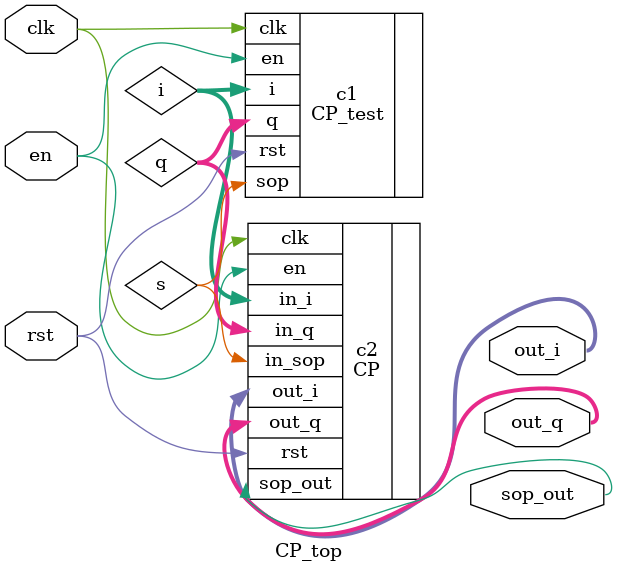
<source format=v>
module CP_top
(
input clk, en, rst,
output signed [19:0] out_i, out_q,
output sop_out
);
wire s;
wire signed [19:0] i, q;

CP_test c1(
		.clk(clk),
		.en(en), 
		.rst(rst),
 		.sop(s),
		.i(i), 
		.q(q)
);

CP c2(
		.clk(clk), 
		.en(en), 
		.rst(rst), 
		.in_sop(s),
		.in_i(i), 
		.in_q(q),
		.out_i(out_i), 
		.out_q(out_q),
		.sop_out(sop_out)
	);

endmodule
</source>
